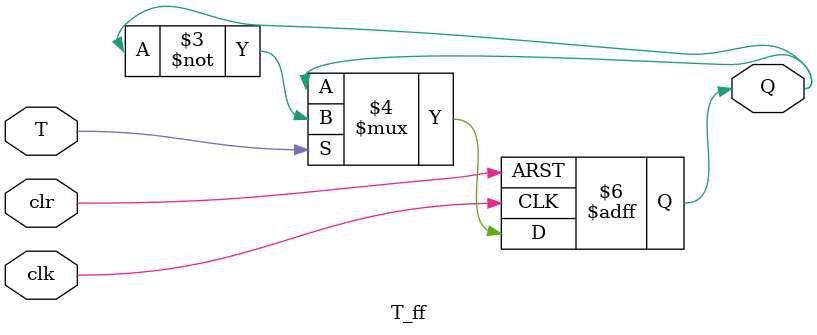
<source format=v>
`timescale 1ns / 1ps


module T_ff(
input T,clk,clr,
output reg Q
);

always @(negedge clk or negedge clr) begin
        if (!clr) begin
            Q <= 0;
        end
        else if (T) begin
            Q <= ~Q;
        end
    end

endmodule

</source>
